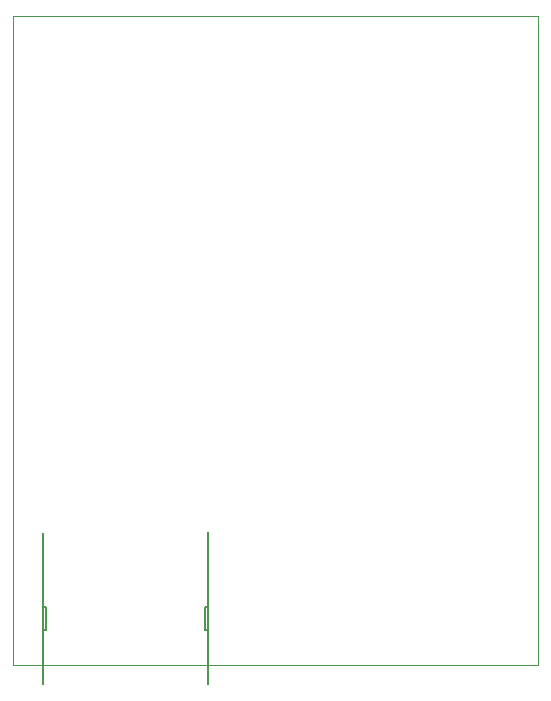
<source format=gbo>
G75*
G70*
%OFA0B0*%
%FSLAX24Y24*%
%IPPOS*%
%LPD*%
%AMOC8*
5,1,8,0,0,1.08239X$1,22.5*
%
%ADD10C,0.0000*%
%ADD11C,0.0050*%
D10*
X002930Y001180D02*
X002930Y022800D01*
X020422Y022800D01*
X020422Y001180D01*
X002930Y001180D01*
D11*
X003924Y000560D02*
X003924Y002332D01*
X004042Y002332D01*
X004042Y003119D01*
X003924Y003119D01*
X003924Y002332D01*
X003924Y003119D02*
X003924Y005580D01*
X009436Y005599D02*
X009436Y002332D01*
X009318Y002332D01*
X009318Y003119D01*
X009416Y003119D01*
X009436Y002332D02*
X009436Y000560D01*
M02*

</source>
